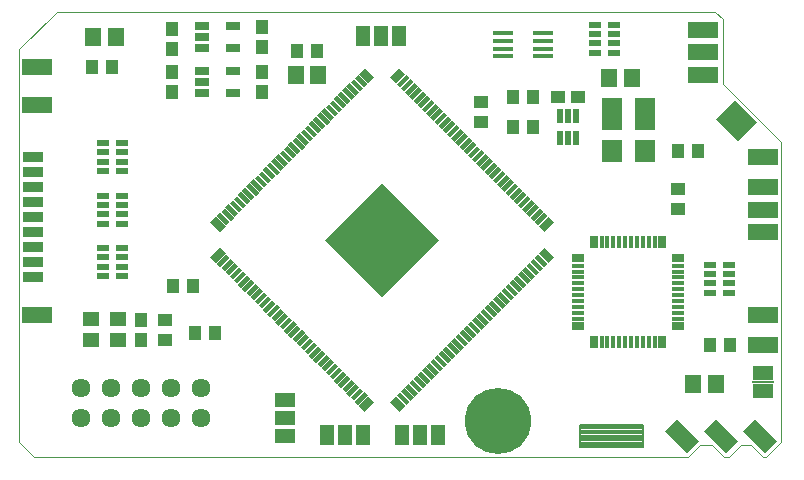
<source format=gts>
G75*
%MOIN*%
%OFA0B0*%
%FSLAX25Y25*%
%IPPOS*%
%LPD*%
%AMOC8*
5,1,8,0,0,1.08239X$1,22.5*
%
%ADD10C,0.00000*%
%ADD11C,0.00800*%
%ADD12R,0.10400X0.05400*%
%ADD13R,0.05518X0.06306*%
%ADD14R,0.04731X0.04337*%
%ADD15R,0.06699X0.11030*%
%ADD16R,0.06699X0.07487*%
%ADD17R,0.04337X0.04731*%
%ADD18R,0.06699X0.03550*%
%ADD19R,0.05000X0.06700*%
%ADD20R,0.06700X0.05000*%
%ADD21R,0.07200X0.00600*%
%ADD22R,0.05400X0.10400*%
%ADD23R,0.03937X0.02362*%
%ADD24R,0.26778X0.26778*%
%ADD25R,0.04429X0.02756*%
%ADD26R,0.04429X0.01575*%
%ADD27R,0.02756X0.04429*%
%ADD28R,0.04337X0.02762*%
%ADD29R,0.04337X0.01581*%
%ADD30R,0.02762X0.04337*%
%ADD31R,0.01581X0.04337*%
%ADD32R,0.01975X0.04534*%
%ADD33R,0.06699X0.01581*%
%ADD34R,0.05124X0.02565*%
%ADD35C,0.06337*%
%ADD36R,0.05518X0.04731*%
%ADD37C,0.22054*%
%ADD38C,0.03175*%
%ADD39C,0.03962*%
D10*
X0003100Y0006842D02*
X0008100Y0001842D01*
X0226100Y0001842D01*
X0230100Y0005842D01*
X0234100Y0005842D01*
X0238100Y0001842D01*
X0239600Y0001842D01*
X0243600Y0005842D01*
X0247100Y0005842D01*
X0251100Y0001842D01*
X0252100Y0001842D01*
X0257100Y0006842D01*
X0257100Y0106842D01*
X0237600Y0126342D01*
X0237600Y0147842D01*
X0235100Y0150342D01*
X0015600Y0150342D01*
X0003100Y0137842D01*
X0003100Y0006842D01*
D11*
X0189900Y0006634D02*
X0211200Y0006634D01*
X0211200Y0007432D02*
X0189900Y0007432D01*
X0189900Y0008231D02*
X0211200Y0008231D01*
X0211200Y0009029D02*
X0189900Y0009029D01*
X0189900Y0009828D02*
X0211200Y0009828D01*
X0211200Y0010626D02*
X0189900Y0010626D01*
X0189900Y0011425D02*
X0211200Y0011425D01*
X0211200Y0012223D02*
X0189900Y0012223D01*
X0189900Y0012542D02*
X0189900Y0005142D01*
X0211200Y0005142D01*
X0211200Y0012542D01*
X0189900Y0012542D01*
X0189900Y0005835D02*
X0211200Y0005835D01*
D12*
X0251100Y0039342D03*
X0251100Y0049342D03*
X0251100Y0076842D03*
X0251100Y0084342D03*
X0251100Y0091842D03*
X0251100Y0101842D03*
X0231100Y0129342D03*
X0231100Y0136842D03*
X0231100Y0144342D03*
X0009100Y0131842D03*
X0009100Y0119342D03*
X0009100Y0049342D03*
D13*
X0095360Y0129342D03*
X0102840Y0129342D03*
X0035340Y0141842D03*
X0027860Y0141842D03*
X0199860Y0128342D03*
X0207340Y0128342D03*
X0227860Y0026342D03*
X0235340Y0026342D03*
D14*
X0222600Y0084496D03*
X0222600Y0091189D03*
X0189446Y0121842D03*
X0182754Y0121842D03*
X0157100Y0120189D03*
X0157100Y0113496D03*
X0051600Y0047689D03*
X0051600Y0040996D03*
D15*
X0200588Y0116342D03*
X0211612Y0116342D03*
D16*
X0211612Y0103842D03*
X0200588Y0103842D03*
D17*
X0222754Y0103842D03*
X0229446Y0103842D03*
X0174446Y0111842D03*
X0167754Y0111842D03*
X0167754Y0121842D03*
X0174446Y0121842D03*
X0102446Y0137342D03*
X0095754Y0137342D03*
X0084100Y0138496D03*
X0084100Y0145189D03*
X0084100Y0130189D03*
X0084100Y0123496D03*
X0054100Y0123496D03*
X0054100Y0130189D03*
X0054100Y0137996D03*
X0054100Y0144689D03*
X0033946Y0131842D03*
X0027254Y0131842D03*
X0054254Y0058842D03*
X0060946Y0058842D03*
X0043600Y0047689D03*
X0043600Y0040996D03*
X0061754Y0043342D03*
X0068446Y0043342D03*
X0233254Y0039342D03*
X0239946Y0039342D03*
D18*
X0007600Y0061842D03*
X0007600Y0066842D03*
X0007600Y0071842D03*
X0007600Y0076842D03*
X0007600Y0081842D03*
X0007600Y0086842D03*
X0007600Y0091842D03*
X0007600Y0096842D03*
X0007600Y0101842D03*
D19*
X0117600Y0142342D03*
X0123600Y0142342D03*
X0129600Y0142342D03*
X0130600Y0009342D03*
X0136600Y0009342D03*
X0142600Y0009342D03*
X0117600Y0009342D03*
X0111600Y0009342D03*
X0105600Y0009342D03*
D20*
X0091600Y0008842D03*
X0091600Y0014842D03*
X0091600Y0020842D03*
X0251100Y0023842D03*
X0251100Y0029842D03*
D21*
X0251100Y0026842D03*
D22*
G36*
X0255686Y0007075D02*
X0251867Y0003256D01*
X0244514Y0010609D01*
X0248333Y0014428D01*
X0255686Y0007075D01*
G37*
G36*
X0242686Y0007075D02*
X0238867Y0003256D01*
X0231514Y0010609D01*
X0235333Y0014428D01*
X0242686Y0007075D01*
G37*
G36*
X0229686Y0007075D02*
X0225867Y0003256D01*
X0218514Y0010609D01*
X0222333Y0014428D01*
X0229686Y0007075D01*
G37*
G36*
X0246686Y0111075D02*
X0242867Y0107256D01*
X0235514Y0114609D01*
X0239333Y0118428D01*
X0246686Y0111075D01*
G37*
G36*
X0249186Y0113575D02*
X0245367Y0109756D01*
X0238014Y0117109D01*
X0241833Y0120928D01*
X0249186Y0113575D01*
G37*
D23*
X0201250Y0136618D03*
X0201250Y0139768D03*
X0201250Y0142917D03*
X0201250Y0146067D03*
X0194950Y0146067D03*
X0194950Y0142917D03*
X0194950Y0139768D03*
X0194950Y0136618D03*
X0233450Y0066067D03*
X0233450Y0062917D03*
X0233450Y0059768D03*
X0233450Y0056618D03*
X0239750Y0056618D03*
X0239750Y0059768D03*
X0239750Y0062917D03*
X0239750Y0066067D03*
X0037250Y0065268D03*
X0037250Y0068417D03*
X0037250Y0071567D03*
X0030950Y0071567D03*
X0030950Y0068417D03*
X0030950Y0065268D03*
X0030950Y0062118D03*
X0037250Y0062118D03*
X0037250Y0079618D03*
X0037250Y0082768D03*
X0037250Y0085917D03*
X0037250Y0089067D03*
X0030950Y0089067D03*
X0030950Y0085917D03*
X0030950Y0082768D03*
X0030950Y0079618D03*
X0030950Y0097118D03*
X0030950Y0100268D03*
X0030950Y0103417D03*
X0030950Y0106567D03*
X0037250Y0106567D03*
X0037250Y0103417D03*
X0037250Y0100268D03*
X0037250Y0097118D03*
D24*
G36*
X0143034Y0074342D02*
X0124100Y0055408D01*
X0105166Y0074342D01*
X0124100Y0093276D01*
X0143034Y0074342D01*
G37*
D25*
G36*
X0181377Y0080118D02*
X0178247Y0076988D01*
X0176299Y0078936D01*
X0179429Y0082066D01*
X0181377Y0080118D01*
G37*
G36*
X0131824Y0129672D02*
X0128694Y0126542D01*
X0126746Y0128490D01*
X0129876Y0131620D01*
X0131824Y0129672D01*
G37*
G36*
X0071901Y0069748D02*
X0068771Y0066618D01*
X0066823Y0068566D01*
X0069953Y0071696D01*
X0071901Y0069748D01*
G37*
G36*
X0121454Y0020195D02*
X0118324Y0017065D01*
X0116376Y0019013D01*
X0119506Y0022143D01*
X0121454Y0020195D01*
G37*
D26*
G36*
X0119227Y0022423D02*
X0116096Y0019292D01*
X0114983Y0020405D01*
X0118114Y0023536D01*
X0119227Y0022423D01*
G37*
G36*
X0117836Y0023815D02*
X0114705Y0020684D01*
X0113592Y0021797D01*
X0116723Y0024928D01*
X0117836Y0023815D01*
G37*
G36*
X0116444Y0025207D02*
X0113313Y0022076D01*
X0112200Y0023189D01*
X0115331Y0026320D01*
X0116444Y0025207D01*
G37*
G36*
X0115052Y0026599D02*
X0111921Y0023468D01*
X0110808Y0024581D01*
X0113939Y0027712D01*
X0115052Y0026599D01*
G37*
G36*
X0113660Y0027991D02*
X0110529Y0024860D01*
X0109416Y0025973D01*
X0112547Y0029104D01*
X0113660Y0027991D01*
G37*
G36*
X0112268Y0029383D02*
X0109137Y0026252D01*
X0108024Y0027365D01*
X0111155Y0030496D01*
X0112268Y0029383D01*
G37*
G36*
X0110876Y0030775D02*
X0107745Y0027644D01*
X0106632Y0028757D01*
X0109763Y0031888D01*
X0110876Y0030775D01*
G37*
G36*
X0109484Y0032166D02*
X0106353Y0029035D01*
X0105240Y0030148D01*
X0108371Y0033279D01*
X0109484Y0032166D01*
G37*
G36*
X0108092Y0033558D02*
X0104961Y0030427D01*
X0103848Y0031540D01*
X0106979Y0034671D01*
X0108092Y0033558D01*
G37*
G36*
X0106700Y0034950D02*
X0103569Y0031819D01*
X0102456Y0032932D01*
X0105587Y0036063D01*
X0106700Y0034950D01*
G37*
G36*
X0105308Y0036342D02*
X0102177Y0033211D01*
X0101064Y0034324D01*
X0104195Y0037455D01*
X0105308Y0036342D01*
G37*
G36*
X0103916Y0037734D02*
X0100785Y0034603D01*
X0099672Y0035716D01*
X0102803Y0038847D01*
X0103916Y0037734D01*
G37*
G36*
X0102524Y0039126D02*
X0099393Y0035995D01*
X0098280Y0037108D01*
X0101411Y0040239D01*
X0102524Y0039126D01*
G37*
G36*
X0101132Y0040518D02*
X0098001Y0037387D01*
X0096888Y0038500D01*
X0100019Y0041631D01*
X0101132Y0040518D01*
G37*
G36*
X0099740Y0041910D02*
X0096609Y0038779D01*
X0095496Y0039892D01*
X0098627Y0043023D01*
X0099740Y0041910D01*
G37*
G36*
X0098348Y0043302D02*
X0095217Y0040171D01*
X0094104Y0041284D01*
X0097235Y0044415D01*
X0098348Y0043302D01*
G37*
G36*
X0096956Y0044694D02*
X0093825Y0041563D01*
X0092712Y0042676D01*
X0095843Y0045807D01*
X0096956Y0044694D01*
G37*
G36*
X0095564Y0046086D02*
X0092433Y0042955D01*
X0091320Y0044068D01*
X0094451Y0047199D01*
X0095564Y0046086D01*
G37*
G36*
X0094173Y0047478D02*
X0091042Y0044347D01*
X0089929Y0045460D01*
X0093060Y0048591D01*
X0094173Y0047478D01*
G37*
G36*
X0092781Y0048870D02*
X0089650Y0045739D01*
X0088537Y0046852D01*
X0091668Y0049983D01*
X0092781Y0048870D01*
G37*
G36*
X0091389Y0050262D02*
X0088258Y0047131D01*
X0087145Y0048244D01*
X0090276Y0051375D01*
X0091389Y0050262D01*
G37*
G36*
X0089997Y0051654D02*
X0086866Y0048523D01*
X0085753Y0049636D01*
X0088884Y0052767D01*
X0089997Y0051654D01*
G37*
G36*
X0088605Y0053046D02*
X0085474Y0049915D01*
X0084361Y0051028D01*
X0087492Y0054159D01*
X0088605Y0053046D01*
G37*
G36*
X0087213Y0054438D02*
X0084082Y0051307D01*
X0082969Y0052420D01*
X0086100Y0055551D01*
X0087213Y0054438D01*
G37*
G36*
X0085821Y0055829D02*
X0082690Y0052698D01*
X0081577Y0053811D01*
X0084708Y0056942D01*
X0085821Y0055829D01*
G37*
G36*
X0084429Y0057221D02*
X0081298Y0054090D01*
X0080185Y0055203D01*
X0083316Y0058334D01*
X0084429Y0057221D01*
G37*
G36*
X0083037Y0058613D02*
X0079906Y0055482D01*
X0078793Y0056595D01*
X0081924Y0059726D01*
X0083037Y0058613D01*
G37*
G36*
X0081645Y0060005D02*
X0078514Y0056874D01*
X0077401Y0057987D01*
X0080532Y0061118D01*
X0081645Y0060005D01*
G37*
G36*
X0080253Y0061397D02*
X0077122Y0058266D01*
X0076009Y0059379D01*
X0079140Y0062510D01*
X0080253Y0061397D01*
G37*
G36*
X0078861Y0062789D02*
X0075730Y0059658D01*
X0074617Y0060771D01*
X0077748Y0063902D01*
X0078861Y0062789D01*
G37*
G36*
X0077469Y0064181D02*
X0074338Y0061050D01*
X0073225Y0062163D01*
X0076356Y0065294D01*
X0077469Y0064181D01*
G37*
G36*
X0076077Y0065573D02*
X0072946Y0062442D01*
X0071833Y0063555D01*
X0074964Y0066686D01*
X0076077Y0065573D01*
G37*
G36*
X0074685Y0066965D02*
X0071554Y0063834D01*
X0070441Y0064947D01*
X0073572Y0068078D01*
X0074685Y0066965D01*
G37*
G36*
X0073293Y0068357D02*
X0070162Y0065226D01*
X0069049Y0066339D01*
X0072180Y0069470D01*
X0073293Y0068357D01*
G37*
G36*
X0072180Y0079215D02*
X0069049Y0082346D01*
X0070162Y0083459D01*
X0073293Y0080328D01*
X0072180Y0079215D01*
G37*
G36*
X0073572Y0080607D02*
X0070441Y0083738D01*
X0071554Y0084851D01*
X0074685Y0081720D01*
X0073572Y0080607D01*
G37*
G36*
X0074964Y0081999D02*
X0071833Y0085130D01*
X0072946Y0086243D01*
X0076077Y0083112D01*
X0074964Y0081999D01*
G37*
G36*
X0076356Y0083391D02*
X0073225Y0086522D01*
X0074338Y0087635D01*
X0077469Y0084504D01*
X0076356Y0083391D01*
G37*
G36*
X0077748Y0084783D02*
X0074617Y0087914D01*
X0075730Y0089027D01*
X0078861Y0085896D01*
X0077748Y0084783D01*
G37*
G36*
X0079140Y0086175D02*
X0076009Y0089306D01*
X0077122Y0090419D01*
X0080253Y0087288D01*
X0079140Y0086175D01*
G37*
G36*
X0080532Y0087567D02*
X0077401Y0090698D01*
X0078514Y0091811D01*
X0081645Y0088680D01*
X0080532Y0087567D01*
G37*
G36*
X0081924Y0088959D02*
X0078793Y0092090D01*
X0079906Y0093203D01*
X0083037Y0090072D01*
X0081924Y0088959D01*
G37*
G36*
X0083316Y0090351D02*
X0080185Y0093482D01*
X0081298Y0094595D01*
X0084429Y0091464D01*
X0083316Y0090351D01*
G37*
G36*
X0084708Y0091742D02*
X0081577Y0094873D01*
X0082690Y0095986D01*
X0085821Y0092855D01*
X0084708Y0091742D01*
G37*
G36*
X0086100Y0093134D02*
X0082969Y0096265D01*
X0084082Y0097378D01*
X0087213Y0094247D01*
X0086100Y0093134D01*
G37*
G36*
X0087492Y0094526D02*
X0084361Y0097657D01*
X0085474Y0098770D01*
X0088605Y0095639D01*
X0087492Y0094526D01*
G37*
G36*
X0088884Y0095918D02*
X0085753Y0099049D01*
X0086866Y0100162D01*
X0089997Y0097031D01*
X0088884Y0095918D01*
G37*
G36*
X0090276Y0097310D02*
X0087145Y0100441D01*
X0088258Y0101554D01*
X0091389Y0098423D01*
X0090276Y0097310D01*
G37*
G36*
X0091668Y0098702D02*
X0088537Y0101833D01*
X0089650Y0102946D01*
X0092781Y0099815D01*
X0091668Y0098702D01*
G37*
G36*
X0093060Y0100094D02*
X0089929Y0103225D01*
X0091042Y0104338D01*
X0094173Y0101207D01*
X0093060Y0100094D01*
G37*
G36*
X0094451Y0101486D02*
X0091320Y0104617D01*
X0092433Y0105730D01*
X0095564Y0102599D01*
X0094451Y0101486D01*
G37*
G36*
X0095843Y0102878D02*
X0092712Y0106009D01*
X0093825Y0107122D01*
X0096956Y0103991D01*
X0095843Y0102878D01*
G37*
G36*
X0097235Y0104270D02*
X0094104Y0107401D01*
X0095217Y0108514D01*
X0098348Y0105383D01*
X0097235Y0104270D01*
G37*
G36*
X0098627Y0105662D02*
X0095496Y0108793D01*
X0096609Y0109906D01*
X0099740Y0106775D01*
X0098627Y0105662D01*
G37*
G36*
X0100019Y0107054D02*
X0096888Y0110185D01*
X0098001Y0111298D01*
X0101132Y0108167D01*
X0100019Y0107054D01*
G37*
G36*
X0101411Y0108446D02*
X0098280Y0111577D01*
X0099393Y0112690D01*
X0102524Y0109559D01*
X0101411Y0108446D01*
G37*
G36*
X0102803Y0109838D02*
X0099672Y0112969D01*
X0100785Y0114082D01*
X0103916Y0110951D01*
X0102803Y0109838D01*
G37*
G36*
X0104195Y0111230D02*
X0101064Y0114361D01*
X0102177Y0115474D01*
X0105308Y0112343D01*
X0104195Y0111230D01*
G37*
G36*
X0105587Y0112622D02*
X0102456Y0115753D01*
X0103569Y0116866D01*
X0106700Y0113735D01*
X0105587Y0112622D01*
G37*
G36*
X0106979Y0114014D02*
X0103848Y0117145D01*
X0104961Y0118258D01*
X0108092Y0115127D01*
X0106979Y0114014D01*
G37*
G36*
X0108371Y0115405D02*
X0105240Y0118536D01*
X0106353Y0119649D01*
X0109484Y0116518D01*
X0108371Y0115405D01*
G37*
G36*
X0109763Y0116797D02*
X0106632Y0119928D01*
X0107745Y0121041D01*
X0110876Y0117910D01*
X0109763Y0116797D01*
G37*
G36*
X0111155Y0118189D02*
X0108024Y0121320D01*
X0109137Y0122433D01*
X0112268Y0119302D01*
X0111155Y0118189D01*
G37*
G36*
X0112547Y0119581D02*
X0109416Y0122712D01*
X0110529Y0123825D01*
X0113660Y0120694D01*
X0112547Y0119581D01*
G37*
G36*
X0113939Y0120973D02*
X0110808Y0124104D01*
X0111921Y0125217D01*
X0115052Y0122086D01*
X0113939Y0120973D01*
G37*
G36*
X0115331Y0122365D02*
X0112200Y0125496D01*
X0113313Y0126609D01*
X0116444Y0123478D01*
X0115331Y0122365D01*
G37*
G36*
X0116723Y0123757D02*
X0113592Y0126888D01*
X0114705Y0128001D01*
X0117836Y0124870D01*
X0116723Y0123757D01*
G37*
G36*
X0118114Y0125149D02*
X0114983Y0128280D01*
X0116096Y0129393D01*
X0119227Y0126262D01*
X0118114Y0125149D01*
G37*
G36*
X0128973Y0126262D02*
X0132104Y0129393D01*
X0133217Y0128280D01*
X0130086Y0125149D01*
X0128973Y0126262D01*
G37*
G36*
X0130364Y0124870D02*
X0133495Y0128001D01*
X0134608Y0126888D01*
X0131477Y0123757D01*
X0130364Y0124870D01*
G37*
G36*
X0131756Y0123478D02*
X0134887Y0126609D01*
X0136000Y0125496D01*
X0132869Y0122365D01*
X0131756Y0123478D01*
G37*
G36*
X0133148Y0122086D02*
X0136279Y0125217D01*
X0137392Y0124104D01*
X0134261Y0120973D01*
X0133148Y0122086D01*
G37*
G36*
X0134540Y0120694D02*
X0137671Y0123825D01*
X0138784Y0122712D01*
X0135653Y0119581D01*
X0134540Y0120694D01*
G37*
G36*
X0135932Y0119302D02*
X0139063Y0122433D01*
X0140176Y0121320D01*
X0137045Y0118189D01*
X0135932Y0119302D01*
G37*
G36*
X0137324Y0117910D02*
X0140455Y0121041D01*
X0141568Y0119928D01*
X0138437Y0116797D01*
X0137324Y0117910D01*
G37*
G36*
X0138716Y0116518D02*
X0141847Y0119649D01*
X0142960Y0118536D01*
X0139829Y0115405D01*
X0138716Y0116518D01*
G37*
G36*
X0140108Y0115127D02*
X0143239Y0118258D01*
X0144352Y0117145D01*
X0141221Y0114014D01*
X0140108Y0115127D01*
G37*
G36*
X0141500Y0113735D02*
X0144631Y0116866D01*
X0145744Y0115753D01*
X0142613Y0112622D01*
X0141500Y0113735D01*
G37*
G36*
X0142892Y0112343D02*
X0146023Y0115474D01*
X0147136Y0114361D01*
X0144005Y0111230D01*
X0142892Y0112343D01*
G37*
G36*
X0144284Y0110951D02*
X0147415Y0114082D01*
X0148528Y0112969D01*
X0145397Y0109838D01*
X0144284Y0110951D01*
G37*
G36*
X0145676Y0109559D02*
X0148807Y0112690D01*
X0149920Y0111577D01*
X0146789Y0108446D01*
X0145676Y0109559D01*
G37*
G36*
X0147068Y0108167D02*
X0150199Y0111298D01*
X0151312Y0110185D01*
X0148181Y0107054D01*
X0147068Y0108167D01*
G37*
G36*
X0148460Y0106775D02*
X0151591Y0109906D01*
X0152704Y0108793D01*
X0149573Y0105662D01*
X0148460Y0106775D01*
G37*
G36*
X0149852Y0105383D02*
X0152983Y0108514D01*
X0154096Y0107401D01*
X0150965Y0104270D01*
X0149852Y0105383D01*
G37*
G36*
X0151244Y0103991D02*
X0154375Y0107122D01*
X0155488Y0106009D01*
X0152357Y0102878D01*
X0151244Y0103991D01*
G37*
G36*
X0152636Y0102599D02*
X0155767Y0105730D01*
X0156880Y0104617D01*
X0153749Y0101486D01*
X0152636Y0102599D01*
G37*
G36*
X0154027Y0101207D02*
X0157158Y0104338D01*
X0158271Y0103225D01*
X0155140Y0100094D01*
X0154027Y0101207D01*
G37*
G36*
X0155419Y0099815D02*
X0158550Y0102946D01*
X0159663Y0101833D01*
X0156532Y0098702D01*
X0155419Y0099815D01*
G37*
G36*
X0156811Y0098423D02*
X0159942Y0101554D01*
X0161055Y0100441D01*
X0157924Y0097310D01*
X0156811Y0098423D01*
G37*
G36*
X0158203Y0097031D02*
X0161334Y0100162D01*
X0162447Y0099049D01*
X0159316Y0095918D01*
X0158203Y0097031D01*
G37*
G36*
X0159595Y0095639D02*
X0162726Y0098770D01*
X0163839Y0097657D01*
X0160708Y0094526D01*
X0159595Y0095639D01*
G37*
G36*
X0160987Y0094247D02*
X0164118Y0097378D01*
X0165231Y0096265D01*
X0162100Y0093134D01*
X0160987Y0094247D01*
G37*
G36*
X0162379Y0092855D02*
X0165510Y0095986D01*
X0166623Y0094873D01*
X0163492Y0091742D01*
X0162379Y0092855D01*
G37*
G36*
X0163771Y0091464D02*
X0166902Y0094595D01*
X0168015Y0093482D01*
X0164884Y0090351D01*
X0163771Y0091464D01*
G37*
G36*
X0165163Y0090072D02*
X0168294Y0093203D01*
X0169407Y0092090D01*
X0166276Y0088959D01*
X0165163Y0090072D01*
G37*
G36*
X0166555Y0088680D02*
X0169686Y0091811D01*
X0170799Y0090698D01*
X0167668Y0087567D01*
X0166555Y0088680D01*
G37*
G36*
X0167947Y0087288D02*
X0171078Y0090419D01*
X0172191Y0089306D01*
X0169060Y0086175D01*
X0167947Y0087288D01*
G37*
G36*
X0169339Y0085896D02*
X0172470Y0089027D01*
X0173583Y0087914D01*
X0170452Y0084783D01*
X0169339Y0085896D01*
G37*
G36*
X0170731Y0084504D02*
X0173862Y0087635D01*
X0174975Y0086522D01*
X0171844Y0083391D01*
X0170731Y0084504D01*
G37*
G36*
X0172123Y0083112D02*
X0175254Y0086243D01*
X0176367Y0085130D01*
X0173236Y0081999D01*
X0172123Y0083112D01*
G37*
G36*
X0173515Y0081720D02*
X0176646Y0084851D01*
X0177759Y0083738D01*
X0174628Y0080607D01*
X0173515Y0081720D01*
G37*
G36*
X0174907Y0080328D02*
X0178038Y0083459D01*
X0179151Y0082346D01*
X0176020Y0079215D01*
X0174907Y0080328D01*
G37*
G36*
X0176020Y0069470D02*
X0179151Y0066339D01*
X0178038Y0065226D01*
X0174907Y0068357D01*
X0176020Y0069470D01*
G37*
G36*
X0174628Y0068078D02*
X0177759Y0064947D01*
X0176646Y0063834D01*
X0173515Y0066965D01*
X0174628Y0068078D01*
G37*
G36*
X0173236Y0066686D02*
X0176367Y0063555D01*
X0175254Y0062442D01*
X0172123Y0065573D01*
X0173236Y0066686D01*
G37*
G36*
X0171844Y0065294D02*
X0174975Y0062163D01*
X0173862Y0061050D01*
X0170731Y0064181D01*
X0171844Y0065294D01*
G37*
G36*
X0170452Y0063902D02*
X0173583Y0060771D01*
X0172470Y0059658D01*
X0169339Y0062789D01*
X0170452Y0063902D01*
G37*
G36*
X0169060Y0062510D02*
X0172191Y0059379D01*
X0171078Y0058266D01*
X0167947Y0061397D01*
X0169060Y0062510D01*
G37*
G36*
X0167668Y0061118D02*
X0170799Y0057987D01*
X0169686Y0056874D01*
X0166555Y0060005D01*
X0167668Y0061118D01*
G37*
G36*
X0166276Y0059726D02*
X0169407Y0056595D01*
X0168294Y0055482D01*
X0165163Y0058613D01*
X0166276Y0059726D01*
G37*
G36*
X0164884Y0058334D02*
X0168015Y0055203D01*
X0166902Y0054090D01*
X0163771Y0057221D01*
X0164884Y0058334D01*
G37*
G36*
X0163492Y0056942D02*
X0166623Y0053811D01*
X0165510Y0052698D01*
X0162379Y0055829D01*
X0163492Y0056942D01*
G37*
G36*
X0162100Y0055551D02*
X0165231Y0052420D01*
X0164118Y0051307D01*
X0160987Y0054438D01*
X0162100Y0055551D01*
G37*
G36*
X0160708Y0054159D02*
X0163839Y0051028D01*
X0162726Y0049915D01*
X0159595Y0053046D01*
X0160708Y0054159D01*
G37*
G36*
X0159316Y0052767D02*
X0162447Y0049636D01*
X0161334Y0048523D01*
X0158203Y0051654D01*
X0159316Y0052767D01*
G37*
G36*
X0157924Y0051375D02*
X0161055Y0048244D01*
X0159942Y0047131D01*
X0156811Y0050262D01*
X0157924Y0051375D01*
G37*
G36*
X0156532Y0049983D02*
X0159663Y0046852D01*
X0158550Y0045739D01*
X0155419Y0048870D01*
X0156532Y0049983D01*
G37*
G36*
X0155140Y0048591D02*
X0158271Y0045460D01*
X0157158Y0044347D01*
X0154027Y0047478D01*
X0155140Y0048591D01*
G37*
G36*
X0153749Y0047199D02*
X0156880Y0044068D01*
X0155767Y0042955D01*
X0152636Y0046086D01*
X0153749Y0047199D01*
G37*
G36*
X0152357Y0045807D02*
X0155488Y0042676D01*
X0154375Y0041563D01*
X0151244Y0044694D01*
X0152357Y0045807D01*
G37*
G36*
X0150965Y0044415D02*
X0154096Y0041284D01*
X0152983Y0040171D01*
X0149852Y0043302D01*
X0150965Y0044415D01*
G37*
G36*
X0149573Y0043023D02*
X0152704Y0039892D01*
X0151591Y0038779D01*
X0148460Y0041910D01*
X0149573Y0043023D01*
G37*
G36*
X0148181Y0041631D02*
X0151312Y0038500D01*
X0150199Y0037387D01*
X0147068Y0040518D01*
X0148181Y0041631D01*
G37*
G36*
X0146789Y0040239D02*
X0149920Y0037108D01*
X0148807Y0035995D01*
X0145676Y0039126D01*
X0146789Y0040239D01*
G37*
G36*
X0145397Y0038847D02*
X0148528Y0035716D01*
X0147415Y0034603D01*
X0144284Y0037734D01*
X0145397Y0038847D01*
G37*
G36*
X0144005Y0037455D02*
X0147136Y0034324D01*
X0146023Y0033211D01*
X0142892Y0036342D01*
X0144005Y0037455D01*
G37*
G36*
X0142613Y0036063D02*
X0145744Y0032932D01*
X0144631Y0031819D01*
X0141500Y0034950D01*
X0142613Y0036063D01*
G37*
G36*
X0141221Y0034671D02*
X0144352Y0031540D01*
X0143239Y0030427D01*
X0140108Y0033558D01*
X0141221Y0034671D01*
G37*
G36*
X0139829Y0033279D02*
X0142960Y0030148D01*
X0141847Y0029035D01*
X0138716Y0032166D01*
X0139829Y0033279D01*
G37*
G36*
X0138437Y0031888D02*
X0141568Y0028757D01*
X0140455Y0027644D01*
X0137324Y0030775D01*
X0138437Y0031888D01*
G37*
G36*
X0137045Y0030496D02*
X0140176Y0027365D01*
X0139063Y0026252D01*
X0135932Y0029383D01*
X0137045Y0030496D01*
G37*
G36*
X0135653Y0029104D02*
X0138784Y0025973D01*
X0137671Y0024860D01*
X0134540Y0027991D01*
X0135653Y0029104D01*
G37*
G36*
X0134261Y0027712D02*
X0137392Y0024581D01*
X0136279Y0023468D01*
X0133148Y0026599D01*
X0134261Y0027712D01*
G37*
G36*
X0132869Y0026320D02*
X0136000Y0023189D01*
X0134887Y0022076D01*
X0131756Y0025207D01*
X0132869Y0026320D01*
G37*
G36*
X0131477Y0024928D02*
X0134608Y0021797D01*
X0133495Y0020684D01*
X0130364Y0023815D01*
X0131477Y0024928D01*
G37*
G36*
X0130086Y0023536D02*
X0133217Y0020405D01*
X0132104Y0019292D01*
X0128973Y0022423D01*
X0130086Y0023536D01*
G37*
D27*
G36*
X0131824Y0019013D02*
X0129876Y0017065D01*
X0126746Y0020195D01*
X0128694Y0022143D01*
X0131824Y0019013D01*
G37*
G36*
X0181377Y0068566D02*
X0179429Y0066618D01*
X0176299Y0069748D01*
X0178247Y0071696D01*
X0181377Y0068566D01*
G37*
G36*
X0121454Y0128490D02*
X0119506Y0126542D01*
X0116376Y0129672D01*
X0118324Y0131620D01*
X0121454Y0128490D01*
G37*
G36*
X0071901Y0078936D02*
X0069953Y0076988D01*
X0066823Y0080118D01*
X0068771Y0082066D01*
X0071901Y0078936D01*
G37*
D28*
X0189368Y0068260D03*
X0222832Y0068260D03*
X0222832Y0045425D03*
X0189368Y0045425D03*
D29*
X0189368Y0047984D03*
X0189368Y0049953D03*
X0189368Y0051921D03*
X0189368Y0053890D03*
X0189368Y0055858D03*
X0189368Y0057827D03*
X0189368Y0059795D03*
X0189368Y0061764D03*
X0189368Y0063732D03*
X0189368Y0065701D03*
X0222832Y0065701D03*
X0222832Y0063732D03*
X0222832Y0061764D03*
X0222832Y0059795D03*
X0222832Y0057827D03*
X0222832Y0055858D03*
X0222832Y0053890D03*
X0222832Y0051921D03*
X0222832Y0049953D03*
X0222832Y0047984D03*
D30*
X0217517Y0040110D03*
X0194683Y0040110D03*
X0194683Y0073575D03*
X0217517Y0073575D03*
D31*
X0214958Y0073575D03*
X0212990Y0073575D03*
X0211021Y0073575D03*
X0209053Y0073575D03*
X0207084Y0073575D03*
X0205116Y0073575D03*
X0203147Y0073575D03*
X0201179Y0073575D03*
X0199210Y0073575D03*
X0197242Y0073575D03*
X0197242Y0040110D03*
X0199210Y0040110D03*
X0201179Y0040110D03*
X0203147Y0040110D03*
X0205116Y0040110D03*
X0207084Y0040110D03*
X0209053Y0040110D03*
X0211021Y0040110D03*
X0212990Y0040110D03*
X0214958Y0040110D03*
D32*
X0188659Y0108201D03*
X0186100Y0108201D03*
X0183541Y0108201D03*
X0183541Y0115484D03*
X0186100Y0115484D03*
X0188659Y0115484D03*
D33*
X0177793Y0135504D03*
X0177793Y0138063D03*
X0177793Y0140622D03*
X0177793Y0143181D03*
X0164407Y0143181D03*
X0164407Y0140622D03*
X0164407Y0138063D03*
X0164407Y0135504D03*
D34*
X0074219Y0138102D03*
X0074219Y0145583D03*
X0063981Y0145583D03*
X0063981Y0141842D03*
X0063981Y0138102D03*
X0063981Y0130583D03*
X0063981Y0126842D03*
X0063981Y0123102D03*
X0074219Y0123102D03*
X0074219Y0130583D03*
D35*
X0063600Y0024842D03*
X0053600Y0024842D03*
X0043600Y0024842D03*
X0033600Y0024842D03*
X0023600Y0024842D03*
X0023600Y0014842D03*
X0033600Y0014842D03*
X0043600Y0014842D03*
X0053600Y0014842D03*
X0063600Y0014842D03*
D36*
X0036128Y0040799D03*
X0027072Y0040799D03*
X0027072Y0047886D03*
X0036128Y0047886D03*
D37*
X0162600Y0013842D03*
D38*
X0124100Y0060342D03*
X0120600Y0063842D03*
X0117100Y0067342D03*
X0113600Y0070842D03*
X0110100Y0074342D03*
X0113600Y0077842D03*
X0117100Y0074342D03*
X0120600Y0070842D03*
X0124100Y0067342D03*
X0127600Y0063842D03*
X0131100Y0067342D03*
X0127600Y0070842D03*
X0131100Y0074342D03*
X0134600Y0070842D03*
X0138100Y0074342D03*
X0134600Y0077842D03*
X0131100Y0081342D03*
X0127600Y0084842D03*
X0124100Y0081342D03*
X0120600Y0084842D03*
X0117100Y0081342D03*
X0120600Y0077842D03*
X0127600Y0077842D03*
X0124100Y0088342D03*
D39*
X0124100Y0074342D03*
M02*

</source>
